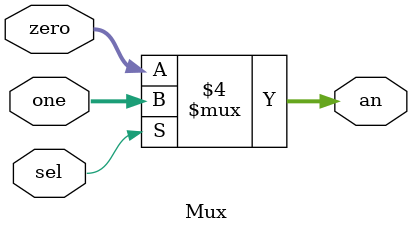
<source format=sv>
`timescale 1ns / 1ps


module Mux # (parameter WIDTH = 4)(
    input sel,
    input [WIDTH-1:0] zero,
    input [WIDTH-1:0] one,
    output logic [3:0] an
    );
    
always_comb
begin
    if (sel == 1)
        begin
            an = one;
        end
    else 
        begin
            an = zero;
        end
        
end
endmodule

</source>
